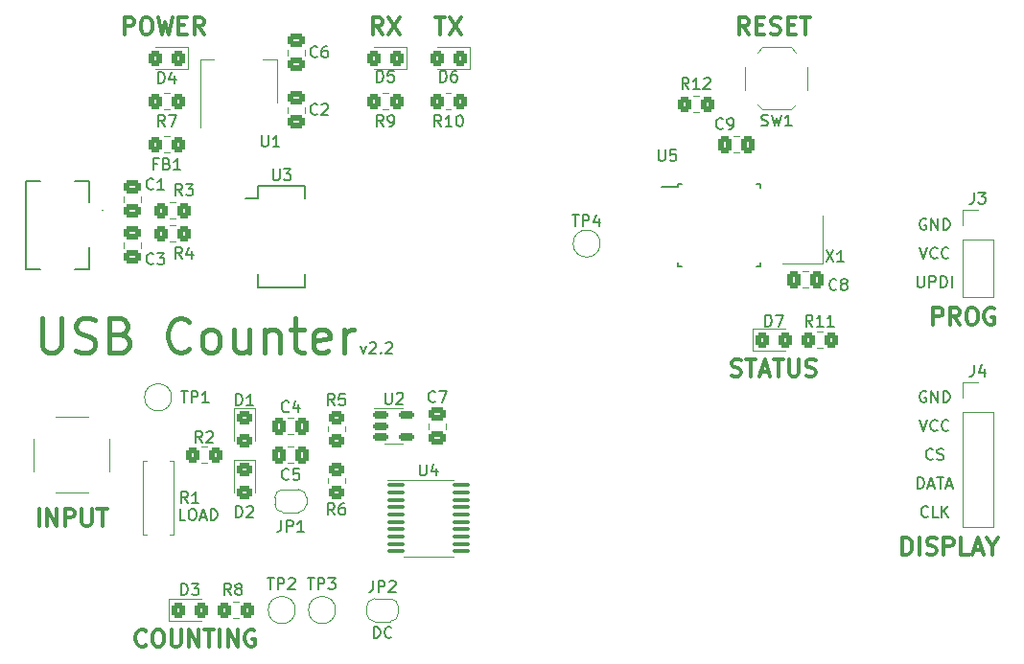
<source format=gto>
G04 #@! TF.GenerationSoftware,KiCad,Pcbnew,(6.0.9)*
G04 #@! TF.CreationDate,2022-12-14T01:21:17-05:00*
G04 #@! TF.ProjectId,usbcounter,75736263-6f75-46e7-9465-722e6b696361,rev?*
G04 #@! TF.SameCoordinates,Original*
G04 #@! TF.FileFunction,Legend,Top*
G04 #@! TF.FilePolarity,Positive*
%FSLAX46Y46*%
G04 Gerber Fmt 4.6, Leading zero omitted, Abs format (unit mm)*
G04 Created by KiCad (PCBNEW (6.0.9)) date 2022-12-14 01:21:17*
%MOMM*%
%LPD*%
G01*
G04 APERTURE LIST*
G04 Aperture macros list*
%AMRoundRect*
0 Rectangle with rounded corners*
0 $1 Rounding radius*
0 $2 $3 $4 $5 $6 $7 $8 $9 X,Y pos of 4 corners*
0 Add a 4 corners polygon primitive as box body*
4,1,4,$2,$3,$4,$5,$6,$7,$8,$9,$2,$3,0*
0 Add four circle primitives for the rounded corners*
1,1,$1+$1,$2,$3*
1,1,$1+$1,$4,$5*
1,1,$1+$1,$6,$7*
1,1,$1+$1,$8,$9*
0 Add four rect primitives between the rounded corners*
20,1,$1+$1,$2,$3,$4,$5,0*
20,1,$1+$1,$4,$5,$6,$7,0*
20,1,$1+$1,$6,$7,$8,$9,0*
20,1,$1+$1,$8,$9,$2,$3,0*%
%AMFreePoly0*
4,1,22,0.500000,-0.750000,0.000000,-0.750000,0.000000,-0.745033,-0.079941,-0.743568,-0.215256,-0.701293,-0.333266,-0.622738,-0.424486,-0.514219,-0.481581,-0.384460,-0.499164,-0.250000,-0.500000,-0.250000,-0.500000,0.250000,-0.499164,0.250000,-0.499963,0.256109,-0.478152,0.396186,-0.417904,0.524511,-0.324060,0.630769,-0.204165,0.706417,-0.067858,0.745374,0.000000,0.744959,0.000000,0.750000,
0.500000,0.750000,0.500000,-0.750000,0.500000,-0.750000,$1*%
%AMFreePoly1*
4,1,20,0.000000,0.744959,0.073905,0.744508,0.209726,0.703889,0.328688,0.626782,0.421226,0.519385,0.479903,0.390333,0.500000,0.250000,0.500000,-0.250000,0.499851,-0.262216,0.476331,-0.402017,0.414519,-0.529596,0.319384,-0.634700,0.198574,-0.708877,0.061801,-0.746166,0.000000,-0.745033,0.000000,-0.750000,-0.500000,-0.750000,-0.500000,0.750000,0.000000,0.750000,0.000000,0.744959,
0.000000,0.744959,$1*%
G04 Aperture macros list end*
%ADD10C,0.300000*%
%ADD11C,0.150000*%
%ADD12C,0.400000*%
%ADD13C,0.120000*%
%ADD14C,0.100000*%
%ADD15C,0.200000*%
%ADD16R,1.700000X1.000000*%
%ADD17C,1.600000*%
%ADD18O,1.600000X1.600000*%
%ADD19R,1.700000X1.700000*%
%ADD20O,1.700000X1.700000*%
%ADD21RoundRect,0.250000X0.450000X-0.350000X0.450000X0.350000X-0.450000X0.350000X-0.450000X-0.350000X0*%
%ADD22RoundRect,0.250000X-0.350000X-0.450000X0.350000X-0.450000X0.350000X0.450000X-0.350000X0.450000X0*%
%ADD23C,8.600000*%
%ADD24RoundRect,0.250000X0.475000X-0.337500X0.475000X0.337500X-0.475000X0.337500X-0.475000X-0.337500X0*%
%ADD25RoundRect,0.250000X-0.450000X0.325000X-0.450000X-0.325000X0.450000X-0.325000X0.450000X0.325000X0*%
%ADD26C,2.000000*%
%ADD27RoundRect,0.250000X-0.325000X-0.450000X0.325000X-0.450000X0.325000X0.450000X-0.325000X0.450000X0*%
%ADD28RoundRect,0.250000X0.325000X0.450000X-0.325000X0.450000X-0.325000X-0.450000X0.325000X-0.450000X0*%
%ADD29R,1.600000X0.550000*%
%ADD30R,0.550000X1.600000*%
%ADD31RoundRect,0.250000X-0.337500X-0.475000X0.337500X-0.475000X0.337500X0.475000X-0.337500X0.475000X0*%
%ADD32RoundRect,0.100000X-0.637500X-0.100000X0.637500X-0.100000X0.637500X0.100000X-0.637500X0.100000X0*%
%ADD33RoundRect,0.250000X-0.475000X0.337500X-0.475000X-0.337500X0.475000X-0.337500X0.475000X0.337500X0*%
%ADD34RoundRect,0.250000X0.337500X0.475000X-0.337500X0.475000X-0.337500X-0.475000X0.337500X-0.475000X0*%
%ADD35FreePoly0,0.000000*%
%ADD36FreePoly1,0.000000*%
%ADD37RoundRect,0.150000X-0.512500X-0.150000X0.512500X-0.150000X0.512500X0.150000X-0.512500X0.150000X0*%
%ADD38R,1.500000X2.000000*%
%ADD39R,3.800000X2.000000*%
%ADD40C,2.050000*%
%ADD41C,2.250000*%
%ADD42R,1.200000X0.400000*%
%ADD43R,1.200000X1.400000*%
%ADD44R,1.900000X1.900000*%
%ADD45R,1.350000X0.400000*%
%ADD46C,0.001000*%
G04 APERTURE END LIST*
D10*
X115411714Y-84427142D02*
X115626000Y-84498571D01*
X115983142Y-84498571D01*
X116126000Y-84427142D01*
X116197428Y-84355714D01*
X116268857Y-84212857D01*
X116268857Y-84070000D01*
X116197428Y-83927142D01*
X116126000Y-83855714D01*
X115983142Y-83784285D01*
X115697428Y-83712857D01*
X115554571Y-83641428D01*
X115483142Y-83570000D01*
X115411714Y-83427142D01*
X115411714Y-83284285D01*
X115483142Y-83141428D01*
X115554571Y-83070000D01*
X115697428Y-82998571D01*
X116054571Y-82998571D01*
X116268857Y-83070000D01*
X116697428Y-82998571D02*
X117554571Y-82998571D01*
X117126000Y-84498571D02*
X117126000Y-82998571D01*
X117983142Y-84070000D02*
X118697428Y-84070000D01*
X117840285Y-84498571D02*
X118340285Y-82998571D01*
X118840285Y-84498571D01*
X119126000Y-82998571D02*
X119983142Y-82998571D01*
X119554571Y-84498571D02*
X119554571Y-82998571D01*
X120483142Y-82998571D02*
X120483142Y-84212857D01*
X120554571Y-84355714D01*
X120626000Y-84427142D01*
X120768857Y-84498571D01*
X121054571Y-84498571D01*
X121197428Y-84427142D01*
X121268857Y-84355714D01*
X121340285Y-84212857D01*
X121340285Y-82998571D01*
X121983142Y-84427142D02*
X122197428Y-84498571D01*
X122554571Y-84498571D01*
X122697428Y-84427142D01*
X122768857Y-84355714D01*
X122840285Y-84212857D01*
X122840285Y-84070000D01*
X122768857Y-83927142D01*
X122697428Y-83855714D01*
X122554571Y-83784285D01*
X122268857Y-83712857D01*
X122126000Y-83641428D01*
X122054571Y-83570000D01*
X121983142Y-83427142D01*
X121983142Y-83284285D01*
X122054571Y-83141428D01*
X122126000Y-83070000D01*
X122268857Y-82998571D01*
X122626000Y-82998571D01*
X122840285Y-83070000D01*
D11*
X82645428Y-81827714D02*
X82883523Y-82494380D01*
X83121619Y-81827714D01*
X83454952Y-81589619D02*
X83502571Y-81542000D01*
X83597809Y-81494380D01*
X83835904Y-81494380D01*
X83931142Y-81542000D01*
X83978761Y-81589619D01*
X84026380Y-81684857D01*
X84026380Y-81780095D01*
X83978761Y-81922952D01*
X83407333Y-82494380D01*
X84026380Y-82494380D01*
X84454952Y-82399142D02*
X84502571Y-82446761D01*
X84454952Y-82494380D01*
X84407333Y-82446761D01*
X84454952Y-82399142D01*
X84454952Y-82494380D01*
X84883523Y-81589619D02*
X84931142Y-81542000D01*
X85026380Y-81494380D01*
X85264476Y-81494380D01*
X85359714Y-81542000D01*
X85407333Y-81589619D01*
X85454952Y-81684857D01*
X85454952Y-81780095D01*
X85407333Y-81922952D01*
X84835904Y-82494380D01*
X85454952Y-82494380D01*
X83820095Y-107640380D02*
X83820095Y-106640380D01*
X84058190Y-106640380D01*
X84201047Y-106688000D01*
X84296285Y-106783238D01*
X84343904Y-106878476D01*
X84391523Y-107068952D01*
X84391523Y-107211809D01*
X84343904Y-107402285D01*
X84296285Y-107497523D01*
X84201047Y-107592761D01*
X84058190Y-107640380D01*
X83820095Y-107640380D01*
X85391523Y-107545142D02*
X85343904Y-107592761D01*
X85201047Y-107640380D01*
X85105809Y-107640380D01*
X84962952Y-107592761D01*
X84867714Y-107497523D01*
X84820095Y-107402285D01*
X84772476Y-107211809D01*
X84772476Y-107068952D01*
X84820095Y-106878476D01*
X84867714Y-106783238D01*
X84962952Y-106688000D01*
X85105809Y-106640380D01*
X85201047Y-106640380D01*
X85343904Y-106688000D01*
X85391523Y-106735619D01*
X67183142Y-97226380D02*
X66706952Y-97226380D01*
X66706952Y-96226380D01*
X67706952Y-96226380D02*
X67897428Y-96226380D01*
X67992666Y-96274000D01*
X68087904Y-96369238D01*
X68135523Y-96559714D01*
X68135523Y-96893047D01*
X68087904Y-97083523D01*
X67992666Y-97178761D01*
X67897428Y-97226380D01*
X67706952Y-97226380D01*
X67611714Y-97178761D01*
X67516476Y-97083523D01*
X67468857Y-96893047D01*
X67468857Y-96559714D01*
X67516476Y-96369238D01*
X67611714Y-96274000D01*
X67706952Y-96226380D01*
X68516476Y-96940666D02*
X68992666Y-96940666D01*
X68421238Y-97226380D02*
X68754571Y-96226380D01*
X69087904Y-97226380D01*
X69421238Y-97226380D02*
X69421238Y-96226380D01*
X69659333Y-96226380D01*
X69802190Y-96274000D01*
X69897428Y-96369238D01*
X69945047Y-96464476D01*
X69992666Y-96654952D01*
X69992666Y-96797809D01*
X69945047Y-96988285D01*
X69897428Y-97083523D01*
X69802190Y-97178761D01*
X69659333Y-97226380D01*
X69421238Y-97226380D01*
D12*
X54500571Y-79383142D02*
X54500571Y-81811714D01*
X54643428Y-82097428D01*
X54786285Y-82240285D01*
X55072000Y-82383142D01*
X55643428Y-82383142D01*
X55929142Y-82240285D01*
X56072000Y-82097428D01*
X56214857Y-81811714D01*
X56214857Y-79383142D01*
X57500571Y-82240285D02*
X57929142Y-82383142D01*
X58643428Y-82383142D01*
X58929142Y-82240285D01*
X59072000Y-82097428D01*
X59214857Y-81811714D01*
X59214857Y-81526000D01*
X59072000Y-81240285D01*
X58929142Y-81097428D01*
X58643428Y-80954571D01*
X58072000Y-80811714D01*
X57786285Y-80668857D01*
X57643428Y-80526000D01*
X57500571Y-80240285D01*
X57500571Y-79954571D01*
X57643428Y-79668857D01*
X57786285Y-79526000D01*
X58072000Y-79383142D01*
X58786285Y-79383142D01*
X59214857Y-79526000D01*
X61500571Y-80811714D02*
X61929142Y-80954571D01*
X62072000Y-81097428D01*
X62214857Y-81383142D01*
X62214857Y-81811714D01*
X62072000Y-82097428D01*
X61929142Y-82240285D01*
X61643428Y-82383142D01*
X60500571Y-82383142D01*
X60500571Y-79383142D01*
X61500571Y-79383142D01*
X61786285Y-79526000D01*
X61929142Y-79668857D01*
X62072000Y-79954571D01*
X62072000Y-80240285D01*
X61929142Y-80526000D01*
X61786285Y-80668857D01*
X61500571Y-80811714D01*
X60500571Y-80811714D01*
X67500571Y-82097428D02*
X67357714Y-82240285D01*
X66929142Y-82383142D01*
X66643428Y-82383142D01*
X66214857Y-82240285D01*
X65929142Y-81954571D01*
X65786285Y-81668857D01*
X65643428Y-81097428D01*
X65643428Y-80668857D01*
X65786285Y-80097428D01*
X65929142Y-79811714D01*
X66214857Y-79526000D01*
X66643428Y-79383142D01*
X66929142Y-79383142D01*
X67357714Y-79526000D01*
X67500571Y-79668857D01*
X69214857Y-82383142D02*
X68929142Y-82240285D01*
X68786285Y-82097428D01*
X68643428Y-81811714D01*
X68643428Y-80954571D01*
X68786285Y-80668857D01*
X68929142Y-80526000D01*
X69214857Y-80383142D01*
X69643428Y-80383142D01*
X69929142Y-80526000D01*
X70072000Y-80668857D01*
X70214857Y-80954571D01*
X70214857Y-81811714D01*
X70072000Y-82097428D01*
X69929142Y-82240285D01*
X69643428Y-82383142D01*
X69214857Y-82383142D01*
X72786285Y-80383142D02*
X72786285Y-82383142D01*
X71500571Y-80383142D02*
X71500571Y-81954571D01*
X71643428Y-82240285D01*
X71929142Y-82383142D01*
X72357714Y-82383142D01*
X72643428Y-82240285D01*
X72786285Y-82097428D01*
X74214857Y-80383142D02*
X74214857Y-82383142D01*
X74214857Y-80668857D02*
X74357714Y-80526000D01*
X74643428Y-80383142D01*
X75072000Y-80383142D01*
X75357714Y-80526000D01*
X75500571Y-80811714D01*
X75500571Y-82383142D01*
X76500571Y-80383142D02*
X77643428Y-80383142D01*
X76929142Y-79383142D02*
X76929142Y-81954571D01*
X77072000Y-82240285D01*
X77357714Y-82383142D01*
X77643428Y-82383142D01*
X79786285Y-82240285D02*
X79500571Y-82383142D01*
X78929142Y-82383142D01*
X78643428Y-82240285D01*
X78500571Y-81954571D01*
X78500571Y-80811714D01*
X78643428Y-80526000D01*
X78929142Y-80383142D01*
X79500571Y-80383142D01*
X79786285Y-80526000D01*
X79929142Y-80811714D01*
X79929142Y-81097428D01*
X78500571Y-81383142D01*
X81214857Y-82383142D02*
X81214857Y-80383142D01*
X81214857Y-80954571D02*
X81357714Y-80668857D01*
X81500571Y-80526000D01*
X81786285Y-80383142D01*
X82072000Y-80383142D01*
D10*
X130512857Y-100246571D02*
X130512857Y-98746571D01*
X130870000Y-98746571D01*
X131084285Y-98818000D01*
X131227142Y-98960857D01*
X131298571Y-99103714D01*
X131370000Y-99389428D01*
X131370000Y-99603714D01*
X131298571Y-99889428D01*
X131227142Y-100032285D01*
X131084285Y-100175142D01*
X130870000Y-100246571D01*
X130512857Y-100246571D01*
X132012857Y-100246571D02*
X132012857Y-98746571D01*
X132655714Y-100175142D02*
X132870000Y-100246571D01*
X133227142Y-100246571D01*
X133370000Y-100175142D01*
X133441428Y-100103714D01*
X133512857Y-99960857D01*
X133512857Y-99818000D01*
X133441428Y-99675142D01*
X133370000Y-99603714D01*
X133227142Y-99532285D01*
X132941428Y-99460857D01*
X132798571Y-99389428D01*
X132727142Y-99318000D01*
X132655714Y-99175142D01*
X132655714Y-99032285D01*
X132727142Y-98889428D01*
X132798571Y-98818000D01*
X132941428Y-98746571D01*
X133298571Y-98746571D01*
X133512857Y-98818000D01*
X134155714Y-100246571D02*
X134155714Y-98746571D01*
X134727142Y-98746571D01*
X134870000Y-98818000D01*
X134941428Y-98889428D01*
X135012857Y-99032285D01*
X135012857Y-99246571D01*
X134941428Y-99389428D01*
X134870000Y-99460857D01*
X134727142Y-99532285D01*
X134155714Y-99532285D01*
X136370000Y-100246571D02*
X135655714Y-100246571D01*
X135655714Y-98746571D01*
X136798571Y-99818000D02*
X137512857Y-99818000D01*
X136655714Y-100246571D02*
X137155714Y-98746571D01*
X137655714Y-100246571D01*
X138441428Y-99532285D02*
X138441428Y-100246571D01*
X137941428Y-98746571D02*
X138441428Y-99532285D01*
X138941428Y-98746571D01*
X133211428Y-79926571D02*
X133211428Y-78426571D01*
X133782857Y-78426571D01*
X133925714Y-78498000D01*
X133997142Y-78569428D01*
X134068571Y-78712285D01*
X134068571Y-78926571D01*
X133997142Y-79069428D01*
X133925714Y-79140857D01*
X133782857Y-79212285D01*
X133211428Y-79212285D01*
X135568571Y-79926571D02*
X135068571Y-79212285D01*
X134711428Y-79926571D02*
X134711428Y-78426571D01*
X135282857Y-78426571D01*
X135425714Y-78498000D01*
X135497142Y-78569428D01*
X135568571Y-78712285D01*
X135568571Y-78926571D01*
X135497142Y-79069428D01*
X135425714Y-79140857D01*
X135282857Y-79212285D01*
X134711428Y-79212285D01*
X136497142Y-78426571D02*
X136782857Y-78426571D01*
X136925714Y-78498000D01*
X137068571Y-78640857D01*
X137140000Y-78926571D01*
X137140000Y-79426571D01*
X137068571Y-79712285D01*
X136925714Y-79855142D01*
X136782857Y-79926571D01*
X136497142Y-79926571D01*
X136354285Y-79855142D01*
X136211428Y-79712285D01*
X136140000Y-79426571D01*
X136140000Y-78926571D01*
X136211428Y-78640857D01*
X136354285Y-78498000D01*
X136497142Y-78426571D01*
X138568571Y-78498000D02*
X138425714Y-78426571D01*
X138211428Y-78426571D01*
X137997142Y-78498000D01*
X137854285Y-78640857D01*
X137782857Y-78783714D01*
X137711428Y-79069428D01*
X137711428Y-79283714D01*
X137782857Y-79569428D01*
X137854285Y-79712285D01*
X137997142Y-79855142D01*
X138211428Y-79926571D01*
X138354285Y-79926571D01*
X138568571Y-79855142D01*
X138640000Y-79783714D01*
X138640000Y-79283714D01*
X138354285Y-79283714D01*
D11*
X132754761Y-96877142D02*
X132707142Y-96924761D01*
X132564285Y-96972380D01*
X132469047Y-96972380D01*
X132326190Y-96924761D01*
X132230952Y-96829523D01*
X132183333Y-96734285D01*
X132135714Y-96543809D01*
X132135714Y-96400952D01*
X132183333Y-96210476D01*
X132230952Y-96115238D01*
X132326190Y-96020000D01*
X132469047Y-95972380D01*
X132564285Y-95972380D01*
X132707142Y-96020000D01*
X132754761Y-96067619D01*
X133659523Y-96972380D02*
X133183333Y-96972380D01*
X133183333Y-95972380D01*
X133992857Y-96972380D02*
X133992857Y-95972380D01*
X134564285Y-96972380D02*
X134135714Y-96400952D01*
X134564285Y-95972380D02*
X133992857Y-96543809D01*
X131850000Y-94432380D02*
X131850000Y-93432380D01*
X132088095Y-93432380D01*
X132230952Y-93480000D01*
X132326190Y-93575238D01*
X132373809Y-93670476D01*
X132421428Y-93860952D01*
X132421428Y-94003809D01*
X132373809Y-94194285D01*
X132326190Y-94289523D01*
X132230952Y-94384761D01*
X132088095Y-94432380D01*
X131850000Y-94432380D01*
X132802380Y-94146666D02*
X133278571Y-94146666D01*
X132707142Y-94432380D02*
X133040476Y-93432380D01*
X133373809Y-94432380D01*
X133564285Y-93432380D02*
X134135714Y-93432380D01*
X133850000Y-94432380D02*
X133850000Y-93432380D01*
X134421428Y-94146666D02*
X134897619Y-94146666D01*
X134326190Y-94432380D02*
X134659523Y-93432380D01*
X134992857Y-94432380D01*
X133183333Y-91797142D02*
X133135714Y-91844761D01*
X132992857Y-91892380D01*
X132897619Y-91892380D01*
X132754761Y-91844761D01*
X132659523Y-91749523D01*
X132611904Y-91654285D01*
X132564285Y-91463809D01*
X132564285Y-91320952D01*
X132611904Y-91130476D01*
X132659523Y-91035238D01*
X132754761Y-90940000D01*
X132897619Y-90892380D01*
X132992857Y-90892380D01*
X133135714Y-90940000D01*
X133183333Y-90987619D01*
X133564285Y-91844761D02*
X133707142Y-91892380D01*
X133945238Y-91892380D01*
X134040476Y-91844761D01*
X134088095Y-91797142D01*
X134135714Y-91701904D01*
X134135714Y-91606666D01*
X134088095Y-91511428D01*
X134040476Y-91463809D01*
X133945238Y-91416190D01*
X133754761Y-91368571D01*
X133659523Y-91320952D01*
X133611904Y-91273333D01*
X133564285Y-91178095D01*
X133564285Y-91082857D01*
X133611904Y-90987619D01*
X133659523Y-90940000D01*
X133754761Y-90892380D01*
X133992857Y-90892380D01*
X134135714Y-90940000D01*
X132016666Y-88352380D02*
X132350000Y-89352380D01*
X132683333Y-88352380D01*
X133588095Y-89257142D02*
X133540476Y-89304761D01*
X133397619Y-89352380D01*
X133302380Y-89352380D01*
X133159523Y-89304761D01*
X133064285Y-89209523D01*
X133016666Y-89114285D01*
X132969047Y-88923809D01*
X132969047Y-88780952D01*
X133016666Y-88590476D01*
X133064285Y-88495238D01*
X133159523Y-88400000D01*
X133302380Y-88352380D01*
X133397619Y-88352380D01*
X133540476Y-88400000D01*
X133588095Y-88447619D01*
X134588095Y-89257142D02*
X134540476Y-89304761D01*
X134397619Y-89352380D01*
X134302380Y-89352380D01*
X134159523Y-89304761D01*
X134064285Y-89209523D01*
X134016666Y-89114285D01*
X133969047Y-88923809D01*
X133969047Y-88780952D01*
X134016666Y-88590476D01*
X134064285Y-88495238D01*
X134159523Y-88400000D01*
X134302380Y-88352380D01*
X134397619Y-88352380D01*
X134540476Y-88400000D01*
X134588095Y-88447619D01*
X132588095Y-85860000D02*
X132492857Y-85812380D01*
X132350000Y-85812380D01*
X132207142Y-85860000D01*
X132111904Y-85955238D01*
X132064285Y-86050476D01*
X132016666Y-86240952D01*
X132016666Y-86383809D01*
X132064285Y-86574285D01*
X132111904Y-86669523D01*
X132207142Y-86764761D01*
X132350000Y-86812380D01*
X132445238Y-86812380D01*
X132588095Y-86764761D01*
X132635714Y-86717142D01*
X132635714Y-86383809D01*
X132445238Y-86383809D01*
X133064285Y-86812380D02*
X133064285Y-85812380D01*
X133635714Y-86812380D01*
X133635714Y-85812380D01*
X134111904Y-86812380D02*
X134111904Y-85812380D01*
X134350000Y-85812380D01*
X134492857Y-85860000D01*
X134588095Y-85955238D01*
X134635714Y-86050476D01*
X134683333Y-86240952D01*
X134683333Y-86383809D01*
X134635714Y-86574285D01*
X134588095Y-86669523D01*
X134492857Y-86764761D01*
X134350000Y-86812380D01*
X134111904Y-86812380D01*
X131826190Y-75652380D02*
X131826190Y-76461904D01*
X131873809Y-76557142D01*
X131921428Y-76604761D01*
X132016666Y-76652380D01*
X132207142Y-76652380D01*
X132302380Y-76604761D01*
X132350000Y-76557142D01*
X132397619Y-76461904D01*
X132397619Y-75652380D01*
X132873809Y-76652380D02*
X132873809Y-75652380D01*
X133254761Y-75652380D01*
X133350000Y-75700000D01*
X133397619Y-75747619D01*
X133445238Y-75842857D01*
X133445238Y-75985714D01*
X133397619Y-76080952D01*
X133350000Y-76128571D01*
X133254761Y-76176190D01*
X132873809Y-76176190D01*
X133873809Y-76652380D02*
X133873809Y-75652380D01*
X134111904Y-75652380D01*
X134254761Y-75700000D01*
X134350000Y-75795238D01*
X134397619Y-75890476D01*
X134445238Y-76080952D01*
X134445238Y-76223809D01*
X134397619Y-76414285D01*
X134350000Y-76509523D01*
X134254761Y-76604761D01*
X134111904Y-76652380D01*
X133873809Y-76652380D01*
X134873809Y-76652380D02*
X134873809Y-75652380D01*
X132016666Y-73112380D02*
X132350000Y-74112380D01*
X132683333Y-73112380D01*
X133588095Y-74017142D02*
X133540476Y-74064761D01*
X133397619Y-74112380D01*
X133302380Y-74112380D01*
X133159523Y-74064761D01*
X133064285Y-73969523D01*
X133016666Y-73874285D01*
X132969047Y-73683809D01*
X132969047Y-73540952D01*
X133016666Y-73350476D01*
X133064285Y-73255238D01*
X133159523Y-73160000D01*
X133302380Y-73112380D01*
X133397619Y-73112380D01*
X133540476Y-73160000D01*
X133588095Y-73207619D01*
X134588095Y-74017142D02*
X134540476Y-74064761D01*
X134397619Y-74112380D01*
X134302380Y-74112380D01*
X134159523Y-74064761D01*
X134064285Y-73969523D01*
X134016666Y-73874285D01*
X133969047Y-73683809D01*
X133969047Y-73540952D01*
X134016666Y-73350476D01*
X134064285Y-73255238D01*
X134159523Y-73160000D01*
X134302380Y-73112380D01*
X134397619Y-73112380D01*
X134540476Y-73160000D01*
X134588095Y-73207619D01*
X132588095Y-70620000D02*
X132492857Y-70572380D01*
X132350000Y-70572380D01*
X132207142Y-70620000D01*
X132111904Y-70715238D01*
X132064285Y-70810476D01*
X132016666Y-71000952D01*
X132016666Y-71143809D01*
X132064285Y-71334285D01*
X132111904Y-71429523D01*
X132207142Y-71524761D01*
X132350000Y-71572380D01*
X132445238Y-71572380D01*
X132588095Y-71524761D01*
X132635714Y-71477142D01*
X132635714Y-71143809D01*
X132445238Y-71143809D01*
X133064285Y-71572380D02*
X133064285Y-70572380D01*
X133635714Y-71572380D01*
X133635714Y-70572380D01*
X134111904Y-71572380D02*
X134111904Y-70572380D01*
X134350000Y-70572380D01*
X134492857Y-70620000D01*
X134588095Y-70715238D01*
X134635714Y-70810476D01*
X134683333Y-71000952D01*
X134683333Y-71143809D01*
X134635714Y-71334285D01*
X134588095Y-71429523D01*
X134492857Y-71524761D01*
X134350000Y-71572380D01*
X134111904Y-71572380D01*
D10*
X84586000Y-54272571D02*
X84086000Y-53558285D01*
X83728857Y-54272571D02*
X83728857Y-52772571D01*
X84300285Y-52772571D01*
X84443142Y-52844000D01*
X84514571Y-52915428D01*
X84586000Y-53058285D01*
X84586000Y-53272571D01*
X84514571Y-53415428D01*
X84443142Y-53486857D01*
X84300285Y-53558285D01*
X83728857Y-53558285D01*
X85086000Y-52772571D02*
X86086000Y-54272571D01*
X86086000Y-52772571D02*
X85086000Y-54272571D01*
X63714857Y-108231714D02*
X63643428Y-108303142D01*
X63429142Y-108374571D01*
X63286285Y-108374571D01*
X63072000Y-108303142D01*
X62929142Y-108160285D01*
X62857714Y-108017428D01*
X62786285Y-107731714D01*
X62786285Y-107517428D01*
X62857714Y-107231714D01*
X62929142Y-107088857D01*
X63072000Y-106946000D01*
X63286285Y-106874571D01*
X63429142Y-106874571D01*
X63643428Y-106946000D01*
X63714857Y-107017428D01*
X64643428Y-106874571D02*
X64929142Y-106874571D01*
X65072000Y-106946000D01*
X65214857Y-107088857D01*
X65286285Y-107374571D01*
X65286285Y-107874571D01*
X65214857Y-108160285D01*
X65072000Y-108303142D01*
X64929142Y-108374571D01*
X64643428Y-108374571D01*
X64500571Y-108303142D01*
X64357714Y-108160285D01*
X64286285Y-107874571D01*
X64286285Y-107374571D01*
X64357714Y-107088857D01*
X64500571Y-106946000D01*
X64643428Y-106874571D01*
X65929142Y-106874571D02*
X65929142Y-108088857D01*
X66000571Y-108231714D01*
X66072000Y-108303142D01*
X66214857Y-108374571D01*
X66500571Y-108374571D01*
X66643428Y-108303142D01*
X66714857Y-108231714D01*
X66786285Y-108088857D01*
X66786285Y-106874571D01*
X67500571Y-108374571D02*
X67500571Y-106874571D01*
X68357714Y-108374571D01*
X68357714Y-106874571D01*
X68857714Y-106874571D02*
X69714857Y-106874571D01*
X69286285Y-108374571D02*
X69286285Y-106874571D01*
X70214857Y-108374571D02*
X70214857Y-106874571D01*
X70929142Y-108374571D02*
X70929142Y-106874571D01*
X71786285Y-108374571D01*
X71786285Y-106874571D01*
X73286285Y-106946000D02*
X73143428Y-106874571D01*
X72929142Y-106874571D01*
X72714857Y-106946000D01*
X72572000Y-107088857D01*
X72500571Y-107231714D01*
X72429142Y-107517428D01*
X72429142Y-107731714D01*
X72500571Y-108017428D01*
X72572000Y-108160285D01*
X72714857Y-108303142D01*
X72929142Y-108374571D01*
X73072000Y-108374571D01*
X73286285Y-108303142D01*
X73357714Y-108231714D01*
X73357714Y-107731714D01*
X73072000Y-107731714D01*
X54257142Y-97706571D02*
X54257142Y-96206571D01*
X54971428Y-97706571D02*
X54971428Y-96206571D01*
X55828571Y-97706571D01*
X55828571Y-96206571D01*
X56542857Y-97706571D02*
X56542857Y-96206571D01*
X57114285Y-96206571D01*
X57257142Y-96278000D01*
X57328571Y-96349428D01*
X57400000Y-96492285D01*
X57400000Y-96706571D01*
X57328571Y-96849428D01*
X57257142Y-96920857D01*
X57114285Y-96992285D01*
X56542857Y-96992285D01*
X58042857Y-96206571D02*
X58042857Y-97420857D01*
X58114285Y-97563714D01*
X58185714Y-97635142D01*
X58328571Y-97706571D01*
X58614285Y-97706571D01*
X58757142Y-97635142D01*
X58828571Y-97563714D01*
X58900000Y-97420857D01*
X58900000Y-96206571D01*
X59400000Y-96206571D02*
X60257142Y-96206571D01*
X59828571Y-97706571D02*
X59828571Y-96206571D01*
X61813714Y-54272571D02*
X61813714Y-52772571D01*
X62385142Y-52772571D01*
X62528000Y-52844000D01*
X62599428Y-52915428D01*
X62670857Y-53058285D01*
X62670857Y-53272571D01*
X62599428Y-53415428D01*
X62528000Y-53486857D01*
X62385142Y-53558285D01*
X61813714Y-53558285D01*
X63599428Y-52772571D02*
X63885142Y-52772571D01*
X64028000Y-52844000D01*
X64170857Y-52986857D01*
X64242285Y-53272571D01*
X64242285Y-53772571D01*
X64170857Y-54058285D01*
X64028000Y-54201142D01*
X63885142Y-54272571D01*
X63599428Y-54272571D01*
X63456571Y-54201142D01*
X63313714Y-54058285D01*
X63242285Y-53772571D01*
X63242285Y-53272571D01*
X63313714Y-52986857D01*
X63456571Y-52844000D01*
X63599428Y-52772571D01*
X64742285Y-52772571D02*
X65099428Y-54272571D01*
X65385142Y-53201142D01*
X65670857Y-54272571D01*
X66028000Y-52772571D01*
X66599428Y-53486857D02*
X67099428Y-53486857D01*
X67313714Y-54272571D02*
X66599428Y-54272571D01*
X66599428Y-52772571D01*
X67313714Y-52772571D01*
X68813714Y-54272571D02*
X68313714Y-53558285D01*
X67956571Y-54272571D02*
X67956571Y-52772571D01*
X68528000Y-52772571D01*
X68670857Y-52844000D01*
X68742285Y-52915428D01*
X68813714Y-53058285D01*
X68813714Y-53272571D01*
X68742285Y-53415428D01*
X68670857Y-53486857D01*
X68528000Y-53558285D01*
X67956571Y-53558285D01*
X89281142Y-52772571D02*
X90138285Y-52772571D01*
X89709714Y-54272571D02*
X89709714Y-52772571D01*
X90495428Y-52772571D02*
X91495428Y-54272571D01*
X91495428Y-52772571D02*
X90495428Y-54272571D01*
X116947428Y-54272571D02*
X116447428Y-53558285D01*
X116090285Y-54272571D02*
X116090285Y-52772571D01*
X116661714Y-52772571D01*
X116804571Y-52844000D01*
X116876000Y-52915428D01*
X116947428Y-53058285D01*
X116947428Y-53272571D01*
X116876000Y-53415428D01*
X116804571Y-53486857D01*
X116661714Y-53558285D01*
X116090285Y-53558285D01*
X117590285Y-53486857D02*
X118090285Y-53486857D01*
X118304571Y-54272571D02*
X117590285Y-54272571D01*
X117590285Y-52772571D01*
X118304571Y-52772571D01*
X118876000Y-54201142D02*
X119090285Y-54272571D01*
X119447428Y-54272571D01*
X119590285Y-54201142D01*
X119661714Y-54129714D01*
X119733142Y-53986857D01*
X119733142Y-53844000D01*
X119661714Y-53701142D01*
X119590285Y-53629714D01*
X119447428Y-53558285D01*
X119161714Y-53486857D01*
X119018857Y-53415428D01*
X118947428Y-53344000D01*
X118876000Y-53201142D01*
X118876000Y-53058285D01*
X118947428Y-52915428D01*
X119018857Y-52844000D01*
X119161714Y-52772571D01*
X119518857Y-52772571D01*
X119733142Y-52844000D01*
X120376000Y-53486857D02*
X120876000Y-53486857D01*
X121090285Y-54272571D02*
X120376000Y-54272571D01*
X120376000Y-52772571D01*
X121090285Y-52772571D01*
X121518857Y-52772571D02*
X122376000Y-52772571D01*
X121947428Y-54272571D02*
X121947428Y-52772571D01*
D11*
X118046666Y-62320761D02*
X118189523Y-62368380D01*
X118427619Y-62368380D01*
X118522857Y-62320761D01*
X118570476Y-62273142D01*
X118618095Y-62177904D01*
X118618095Y-62082666D01*
X118570476Y-61987428D01*
X118522857Y-61939809D01*
X118427619Y-61892190D01*
X118237142Y-61844571D01*
X118141904Y-61796952D01*
X118094285Y-61749333D01*
X118046666Y-61654095D01*
X118046666Y-61558857D01*
X118094285Y-61463619D01*
X118141904Y-61416000D01*
X118237142Y-61368380D01*
X118475238Y-61368380D01*
X118618095Y-61416000D01*
X118951428Y-61368380D02*
X119189523Y-62368380D01*
X119380000Y-61654095D01*
X119570476Y-62368380D01*
X119808571Y-61368380D01*
X120713333Y-62368380D02*
X120141904Y-62368380D01*
X120427619Y-62368380D02*
X120427619Y-61368380D01*
X120332380Y-61511238D01*
X120237142Y-61606476D01*
X120141904Y-61654095D01*
X67397333Y-95702380D02*
X67064000Y-95226190D01*
X66825904Y-95702380D02*
X66825904Y-94702380D01*
X67206857Y-94702380D01*
X67302095Y-94750000D01*
X67349714Y-94797619D01*
X67397333Y-94892857D01*
X67397333Y-95035714D01*
X67349714Y-95130952D01*
X67302095Y-95178571D01*
X67206857Y-95226190D01*
X66825904Y-95226190D01*
X68349714Y-95702380D02*
X67778285Y-95702380D01*
X68064000Y-95702380D02*
X68064000Y-94702380D01*
X67968761Y-94845238D01*
X67873523Y-94940476D01*
X67778285Y-94988095D01*
X136826666Y-83482380D02*
X136826666Y-84196666D01*
X136779047Y-84339523D01*
X136683809Y-84434761D01*
X136540952Y-84482380D01*
X136445714Y-84482380D01*
X137731428Y-83815714D02*
X137731428Y-84482380D01*
X137493333Y-83434761D02*
X137255238Y-84149047D01*
X137874285Y-84149047D01*
X80351333Y-96734380D02*
X80018000Y-96258190D01*
X79779904Y-96734380D02*
X79779904Y-95734380D01*
X80160857Y-95734380D01*
X80256095Y-95782000D01*
X80303714Y-95829619D01*
X80351333Y-95924857D01*
X80351333Y-96067714D01*
X80303714Y-96162952D01*
X80256095Y-96210571D01*
X80160857Y-96258190D01*
X79779904Y-96258190D01*
X81208476Y-95734380D02*
X81018000Y-95734380D01*
X80922761Y-95782000D01*
X80875142Y-95829619D01*
X80779904Y-95972476D01*
X80732285Y-96162952D01*
X80732285Y-96543904D01*
X80779904Y-96639142D01*
X80827523Y-96686761D01*
X80922761Y-96734380D01*
X81113238Y-96734380D01*
X81208476Y-96686761D01*
X81256095Y-96639142D01*
X81303714Y-96543904D01*
X81303714Y-96305809D01*
X81256095Y-96210571D01*
X81208476Y-96162952D01*
X81113238Y-96115333D01*
X80922761Y-96115333D01*
X80827523Y-96162952D01*
X80779904Y-96210571D01*
X80732285Y-96305809D01*
X71207333Y-103830380D02*
X70874000Y-103354190D01*
X70635904Y-103830380D02*
X70635904Y-102830380D01*
X71016857Y-102830380D01*
X71112095Y-102878000D01*
X71159714Y-102925619D01*
X71207333Y-103020857D01*
X71207333Y-103163714D01*
X71159714Y-103258952D01*
X71112095Y-103306571D01*
X71016857Y-103354190D01*
X70635904Y-103354190D01*
X71778761Y-103258952D02*
X71683523Y-103211333D01*
X71635904Y-103163714D01*
X71588285Y-103068476D01*
X71588285Y-103020857D01*
X71635904Y-102925619D01*
X71683523Y-102878000D01*
X71778761Y-102830380D01*
X71969238Y-102830380D01*
X72064476Y-102878000D01*
X72112095Y-102925619D01*
X72159714Y-103020857D01*
X72159714Y-103068476D01*
X72112095Y-103163714D01*
X72064476Y-103211333D01*
X71969238Y-103258952D01*
X71778761Y-103258952D01*
X71683523Y-103306571D01*
X71635904Y-103354190D01*
X71588285Y-103449428D01*
X71588285Y-103639904D01*
X71635904Y-103735142D01*
X71683523Y-103782761D01*
X71778761Y-103830380D01*
X71969238Y-103830380D01*
X72064476Y-103782761D01*
X72112095Y-103735142D01*
X72159714Y-103639904D01*
X72159714Y-103449428D01*
X72112095Y-103354190D01*
X72064476Y-103306571D01*
X71969238Y-103258952D01*
X78827333Y-56237142D02*
X78779714Y-56284761D01*
X78636857Y-56332380D01*
X78541619Y-56332380D01*
X78398761Y-56284761D01*
X78303523Y-56189523D01*
X78255904Y-56094285D01*
X78208285Y-55903809D01*
X78208285Y-55760952D01*
X78255904Y-55570476D01*
X78303523Y-55475238D01*
X78398761Y-55380000D01*
X78541619Y-55332380D01*
X78636857Y-55332380D01*
X78779714Y-55380000D01*
X78827333Y-55427619D01*
X79684476Y-55332380D02*
X79494000Y-55332380D01*
X79398761Y-55380000D01*
X79351142Y-55427619D01*
X79255904Y-55570476D01*
X79208285Y-55760952D01*
X79208285Y-56141904D01*
X79255904Y-56237142D01*
X79303523Y-56284761D01*
X79398761Y-56332380D01*
X79589238Y-56332380D01*
X79684476Y-56284761D01*
X79732095Y-56237142D01*
X79779714Y-56141904D01*
X79779714Y-55903809D01*
X79732095Y-55808571D01*
X79684476Y-55760952D01*
X79589238Y-55713333D01*
X79398761Y-55713333D01*
X79303523Y-55760952D01*
X79255904Y-55808571D01*
X79208285Y-55903809D01*
X71651904Y-87066380D02*
X71651904Y-86066380D01*
X71890000Y-86066380D01*
X72032857Y-86114000D01*
X72128095Y-86209238D01*
X72175714Y-86304476D01*
X72223333Y-86494952D01*
X72223333Y-86637809D01*
X72175714Y-86828285D01*
X72128095Y-86923523D01*
X72032857Y-87018761D01*
X71890000Y-87066380D01*
X71651904Y-87066380D01*
X73175714Y-87066380D02*
X72604285Y-87066380D01*
X72890000Y-87066380D02*
X72890000Y-86066380D01*
X72794761Y-86209238D01*
X72699523Y-86304476D01*
X72604285Y-86352095D01*
X101354095Y-70225380D02*
X101925523Y-70225380D01*
X101639809Y-71225380D02*
X101639809Y-70225380D01*
X102258857Y-71225380D02*
X102258857Y-70225380D01*
X102639809Y-70225380D01*
X102735047Y-70273000D01*
X102782666Y-70320619D01*
X102830285Y-70415857D01*
X102830285Y-70558714D01*
X102782666Y-70653952D01*
X102735047Y-70701571D01*
X102639809Y-70749190D01*
X102258857Y-70749190D01*
X103687428Y-70558714D02*
X103687428Y-71225380D01*
X103449333Y-70177761D02*
X103211238Y-70892047D01*
X103830285Y-70892047D01*
X66889333Y-74112380D02*
X66556000Y-73636190D01*
X66317904Y-74112380D02*
X66317904Y-73112380D01*
X66698857Y-73112380D01*
X66794095Y-73160000D01*
X66841714Y-73207619D01*
X66889333Y-73302857D01*
X66889333Y-73445714D01*
X66841714Y-73540952D01*
X66794095Y-73588571D01*
X66698857Y-73636190D01*
X66317904Y-73636190D01*
X67746476Y-73445714D02*
X67746476Y-74112380D01*
X67508380Y-73064761D02*
X67270285Y-73779047D01*
X67889333Y-73779047D01*
X66825904Y-103830380D02*
X66825904Y-102830380D01*
X67064000Y-102830380D01*
X67206857Y-102878000D01*
X67302095Y-102973238D01*
X67349714Y-103068476D01*
X67397333Y-103258952D01*
X67397333Y-103401809D01*
X67349714Y-103592285D01*
X67302095Y-103687523D01*
X67206857Y-103782761D01*
X67064000Y-103830380D01*
X66825904Y-103830380D01*
X67730666Y-102830380D02*
X68349714Y-102830380D01*
X68016380Y-103211333D01*
X68159238Y-103211333D01*
X68254476Y-103258952D01*
X68302095Y-103306571D01*
X68349714Y-103401809D01*
X68349714Y-103639904D01*
X68302095Y-103735142D01*
X68254476Y-103782761D01*
X68159238Y-103830380D01*
X67873523Y-103830380D01*
X67778285Y-103782761D01*
X67730666Y-103735142D01*
X84097904Y-58490380D02*
X84097904Y-57490380D01*
X84336000Y-57490380D01*
X84478857Y-57538000D01*
X84574095Y-57633238D01*
X84621714Y-57728476D01*
X84669333Y-57918952D01*
X84669333Y-58061809D01*
X84621714Y-58252285D01*
X84574095Y-58347523D01*
X84478857Y-58442761D01*
X84336000Y-58490380D01*
X84097904Y-58490380D01*
X85574095Y-57490380D02*
X85097904Y-57490380D01*
X85050285Y-57966571D01*
X85097904Y-57918952D01*
X85193142Y-57871333D01*
X85431238Y-57871333D01*
X85526476Y-57918952D01*
X85574095Y-57966571D01*
X85621714Y-58061809D01*
X85621714Y-58299904D01*
X85574095Y-58395142D01*
X85526476Y-58442761D01*
X85431238Y-58490380D01*
X85193142Y-58490380D01*
X85097904Y-58442761D01*
X85050285Y-58395142D01*
X89676904Y-58490380D02*
X89676904Y-57490380D01*
X89915000Y-57490380D01*
X90057857Y-57538000D01*
X90153095Y-57633238D01*
X90200714Y-57728476D01*
X90248333Y-57918952D01*
X90248333Y-58061809D01*
X90200714Y-58252285D01*
X90153095Y-58347523D01*
X90057857Y-58442761D01*
X89915000Y-58490380D01*
X89676904Y-58490380D01*
X91105476Y-57490380D02*
X90915000Y-57490380D01*
X90819761Y-57538000D01*
X90772142Y-57585619D01*
X90676904Y-57728476D01*
X90629285Y-57918952D01*
X90629285Y-58299904D01*
X90676904Y-58395142D01*
X90724523Y-58442761D01*
X90819761Y-58490380D01*
X91010238Y-58490380D01*
X91105476Y-58442761D01*
X91153095Y-58395142D01*
X91200714Y-58299904D01*
X91200714Y-58061809D01*
X91153095Y-57966571D01*
X91105476Y-57918952D01*
X91010238Y-57871333D01*
X90819761Y-57871333D01*
X90724523Y-57918952D01*
X90676904Y-57966571D01*
X90629285Y-58061809D01*
X65365333Y-62428380D02*
X65032000Y-61952190D01*
X64793904Y-62428380D02*
X64793904Y-61428380D01*
X65174857Y-61428380D01*
X65270095Y-61476000D01*
X65317714Y-61523619D01*
X65365333Y-61618857D01*
X65365333Y-61761714D01*
X65317714Y-61856952D01*
X65270095Y-61904571D01*
X65174857Y-61952190D01*
X64793904Y-61952190D01*
X65698666Y-61428380D02*
X66365333Y-61428380D01*
X65936761Y-62428380D01*
X64793904Y-58618380D02*
X64793904Y-57618380D01*
X65032000Y-57618380D01*
X65174857Y-57666000D01*
X65270095Y-57761238D01*
X65317714Y-57856476D01*
X65365333Y-58046952D01*
X65365333Y-58189809D01*
X65317714Y-58380285D01*
X65270095Y-58475523D01*
X65174857Y-58570761D01*
X65032000Y-58618380D01*
X64793904Y-58618380D01*
X66222476Y-57951714D02*
X66222476Y-58618380D01*
X65984380Y-57570761D02*
X65746285Y-58285047D01*
X66365333Y-58285047D01*
X118378904Y-80082380D02*
X118378904Y-79082380D01*
X118617000Y-79082380D01*
X118759857Y-79130000D01*
X118855095Y-79225238D01*
X118902714Y-79320476D01*
X118950333Y-79510952D01*
X118950333Y-79653809D01*
X118902714Y-79844285D01*
X118855095Y-79939523D01*
X118759857Y-80034761D01*
X118617000Y-80082380D01*
X118378904Y-80082380D01*
X119283666Y-79082380D02*
X119950333Y-79082380D01*
X119521761Y-80082380D01*
X108966095Y-64476380D02*
X108966095Y-65285904D01*
X109013714Y-65381142D01*
X109061333Y-65428761D01*
X109156571Y-65476380D01*
X109347047Y-65476380D01*
X109442285Y-65428761D01*
X109489904Y-65381142D01*
X109537523Y-65285904D01*
X109537523Y-64476380D01*
X110489904Y-64476380D02*
X110013714Y-64476380D01*
X109966095Y-64952571D01*
X110013714Y-64904952D01*
X110108952Y-64857333D01*
X110347047Y-64857333D01*
X110442285Y-64904952D01*
X110489904Y-64952571D01*
X110537523Y-65047809D01*
X110537523Y-65285904D01*
X110489904Y-65381142D01*
X110442285Y-65428761D01*
X110347047Y-65476380D01*
X110108952Y-65476380D01*
X110013714Y-65428761D01*
X109966095Y-65381142D01*
X80351333Y-87066380D02*
X80018000Y-86590190D01*
X79779904Y-87066380D02*
X79779904Y-86066380D01*
X80160857Y-86066380D01*
X80256095Y-86114000D01*
X80303714Y-86161619D01*
X80351333Y-86256857D01*
X80351333Y-86399714D01*
X80303714Y-86494952D01*
X80256095Y-86542571D01*
X80160857Y-86590190D01*
X79779904Y-86590190D01*
X81256095Y-86066380D02*
X80779904Y-86066380D01*
X80732285Y-86542571D01*
X80779904Y-86494952D01*
X80875142Y-86447333D01*
X81113238Y-86447333D01*
X81208476Y-86494952D01*
X81256095Y-86542571D01*
X81303714Y-86637809D01*
X81303714Y-86875904D01*
X81256095Y-86971142D01*
X81208476Y-87018761D01*
X81113238Y-87066380D01*
X80875142Y-87066380D01*
X80779904Y-87018761D01*
X80732285Y-86971142D01*
X68667333Y-90368380D02*
X68334000Y-89892190D01*
X68095904Y-90368380D02*
X68095904Y-89368380D01*
X68476857Y-89368380D01*
X68572095Y-89416000D01*
X68619714Y-89463619D01*
X68667333Y-89558857D01*
X68667333Y-89701714D01*
X68619714Y-89796952D01*
X68572095Y-89844571D01*
X68476857Y-89892190D01*
X68095904Y-89892190D01*
X69048285Y-89463619D02*
X69095904Y-89416000D01*
X69191142Y-89368380D01*
X69429238Y-89368380D01*
X69524476Y-89416000D01*
X69572095Y-89463619D01*
X69619714Y-89558857D01*
X69619714Y-89654095D01*
X69572095Y-89796952D01*
X69000666Y-90368380D01*
X69619714Y-90368380D01*
X136826666Y-68242380D02*
X136826666Y-68956666D01*
X136779047Y-69099523D01*
X136683809Y-69194761D01*
X136540952Y-69242380D01*
X136445714Y-69242380D01*
X137207619Y-68242380D02*
X137826666Y-68242380D01*
X137493333Y-68623333D01*
X137636190Y-68623333D01*
X137731428Y-68670952D01*
X137779047Y-68718571D01*
X137826666Y-68813809D01*
X137826666Y-69051904D01*
X137779047Y-69147142D01*
X137731428Y-69194761D01*
X137636190Y-69242380D01*
X137350476Y-69242380D01*
X137255238Y-69194761D01*
X137207619Y-69147142D01*
X76308833Y-87577142D02*
X76261214Y-87624761D01*
X76118357Y-87672380D01*
X76023119Y-87672380D01*
X75880261Y-87624761D01*
X75785023Y-87529523D01*
X75737404Y-87434285D01*
X75689785Y-87243809D01*
X75689785Y-87100952D01*
X75737404Y-86910476D01*
X75785023Y-86815238D01*
X75880261Y-86720000D01*
X76023119Y-86672380D01*
X76118357Y-86672380D01*
X76261214Y-86720000D01*
X76308833Y-86767619D01*
X77165976Y-87005714D02*
X77165976Y-87672380D01*
X76927880Y-86624761D02*
X76689785Y-87339047D01*
X77308833Y-87339047D01*
X87884095Y-92280380D02*
X87884095Y-93089904D01*
X87931714Y-93185142D01*
X87979333Y-93232761D01*
X88074571Y-93280380D01*
X88265047Y-93280380D01*
X88360285Y-93232761D01*
X88407904Y-93185142D01*
X88455523Y-93089904D01*
X88455523Y-92280380D01*
X89360285Y-92613714D02*
X89360285Y-93280380D01*
X89122190Y-92232761D02*
X88884095Y-92947047D01*
X89503142Y-92947047D01*
X111625142Y-59126380D02*
X111291809Y-58650190D01*
X111053714Y-59126380D02*
X111053714Y-58126380D01*
X111434666Y-58126380D01*
X111529904Y-58174000D01*
X111577523Y-58221619D01*
X111625142Y-58316857D01*
X111625142Y-58459714D01*
X111577523Y-58554952D01*
X111529904Y-58602571D01*
X111434666Y-58650190D01*
X111053714Y-58650190D01*
X112577523Y-59126380D02*
X112006095Y-59126380D01*
X112291809Y-59126380D02*
X112291809Y-58126380D01*
X112196571Y-58269238D01*
X112101333Y-58364476D01*
X112006095Y-58412095D01*
X112958476Y-58221619D02*
X113006095Y-58174000D01*
X113101333Y-58126380D01*
X113339428Y-58126380D01*
X113434666Y-58174000D01*
X113482285Y-58221619D01*
X113529904Y-58316857D01*
X113529904Y-58412095D01*
X113482285Y-58554952D01*
X112910857Y-59126380D01*
X113529904Y-59126380D01*
X122547142Y-80082380D02*
X122213809Y-79606190D01*
X121975714Y-80082380D02*
X121975714Y-79082380D01*
X122356666Y-79082380D01*
X122451904Y-79130000D01*
X122499523Y-79177619D01*
X122547142Y-79272857D01*
X122547142Y-79415714D01*
X122499523Y-79510952D01*
X122451904Y-79558571D01*
X122356666Y-79606190D01*
X121975714Y-79606190D01*
X123499523Y-80082380D02*
X122928095Y-80082380D01*
X123213809Y-80082380D02*
X123213809Y-79082380D01*
X123118571Y-79225238D01*
X123023333Y-79320476D01*
X122928095Y-79368095D01*
X124451904Y-80082380D02*
X123880476Y-80082380D01*
X124166190Y-80082380D02*
X124166190Y-79082380D01*
X124070952Y-79225238D01*
X123975714Y-79320476D01*
X123880476Y-79368095D01*
X66810095Y-85812380D02*
X67381523Y-85812380D01*
X67095809Y-86812380D02*
X67095809Y-85812380D01*
X67714857Y-86812380D02*
X67714857Y-85812380D01*
X68095809Y-85812380D01*
X68191047Y-85860000D01*
X68238666Y-85907619D01*
X68286285Y-86002857D01*
X68286285Y-86145714D01*
X68238666Y-86240952D01*
X68191047Y-86288571D01*
X68095809Y-86336190D01*
X67714857Y-86336190D01*
X69238666Y-86812380D02*
X68667238Y-86812380D01*
X68952952Y-86812380D02*
X68952952Y-85812380D01*
X68857714Y-85955238D01*
X68762476Y-86050476D01*
X68667238Y-86098095D01*
X64349333Y-67921142D02*
X64301714Y-67968761D01*
X64158857Y-68016380D01*
X64063619Y-68016380D01*
X63920761Y-67968761D01*
X63825523Y-67873523D01*
X63777904Y-67778285D01*
X63730285Y-67587809D01*
X63730285Y-67444952D01*
X63777904Y-67254476D01*
X63825523Y-67159238D01*
X63920761Y-67064000D01*
X64063619Y-67016380D01*
X64158857Y-67016380D01*
X64301714Y-67064000D01*
X64349333Y-67111619D01*
X65301714Y-68016380D02*
X64730285Y-68016380D01*
X65016000Y-68016380D02*
X65016000Y-67016380D01*
X64920761Y-67159238D01*
X64825523Y-67254476D01*
X64730285Y-67302095D01*
X114641333Y-62587142D02*
X114593714Y-62634761D01*
X114450857Y-62682380D01*
X114355619Y-62682380D01*
X114212761Y-62634761D01*
X114117523Y-62539523D01*
X114069904Y-62444285D01*
X114022285Y-62253809D01*
X114022285Y-62110952D01*
X114069904Y-61920476D01*
X114117523Y-61825238D01*
X114212761Y-61730000D01*
X114355619Y-61682380D01*
X114450857Y-61682380D01*
X114593714Y-61730000D01*
X114641333Y-61777619D01*
X115117523Y-62682380D02*
X115308000Y-62682380D01*
X115403238Y-62634761D01*
X115450857Y-62587142D01*
X115546095Y-62444285D01*
X115593714Y-62253809D01*
X115593714Y-61872857D01*
X115546095Y-61777619D01*
X115498476Y-61730000D01*
X115403238Y-61682380D01*
X115212761Y-61682380D01*
X115117523Y-61730000D01*
X115069904Y-61777619D01*
X115022285Y-61872857D01*
X115022285Y-62110952D01*
X115069904Y-62206190D01*
X115117523Y-62253809D01*
X115212761Y-62301428D01*
X115403238Y-62301428D01*
X115498476Y-62253809D01*
X115546095Y-62206190D01*
X115593714Y-62110952D01*
X76308833Y-93575142D02*
X76261214Y-93622761D01*
X76118357Y-93670380D01*
X76023119Y-93670380D01*
X75880261Y-93622761D01*
X75785023Y-93527523D01*
X75737404Y-93432285D01*
X75689785Y-93241809D01*
X75689785Y-93098952D01*
X75737404Y-92908476D01*
X75785023Y-92813238D01*
X75880261Y-92718000D01*
X76023119Y-92670380D01*
X76118357Y-92670380D01*
X76261214Y-92718000D01*
X76308833Y-92765619D01*
X77213595Y-92670380D02*
X76737404Y-92670380D01*
X76689785Y-93146571D01*
X76737404Y-93098952D01*
X76832642Y-93051333D01*
X77070738Y-93051333D01*
X77165976Y-93098952D01*
X77213595Y-93146571D01*
X77261214Y-93241809D01*
X77261214Y-93479904D01*
X77213595Y-93575142D01*
X77165976Y-93622761D01*
X77070738Y-93670380D01*
X76832642Y-93670380D01*
X76737404Y-93622761D01*
X76689785Y-93575142D01*
X84669333Y-62428380D02*
X84336000Y-61952190D01*
X84097904Y-62428380D02*
X84097904Y-61428380D01*
X84478857Y-61428380D01*
X84574095Y-61476000D01*
X84621714Y-61523619D01*
X84669333Y-61618857D01*
X84669333Y-61761714D01*
X84621714Y-61856952D01*
X84574095Y-61904571D01*
X84478857Y-61952190D01*
X84097904Y-61952190D01*
X85145523Y-62428380D02*
X85336000Y-62428380D01*
X85431238Y-62380761D01*
X85478857Y-62333142D01*
X85574095Y-62190285D01*
X85621714Y-61999809D01*
X85621714Y-61618857D01*
X85574095Y-61523619D01*
X85526476Y-61476000D01*
X85431238Y-61428380D01*
X85240761Y-61428380D01*
X85145523Y-61476000D01*
X85097904Y-61523619D01*
X85050285Y-61618857D01*
X85050285Y-61856952D01*
X85097904Y-61952190D01*
X85145523Y-61999809D01*
X85240761Y-62047428D01*
X85431238Y-62047428D01*
X85526476Y-61999809D01*
X85574095Y-61952190D01*
X85621714Y-61856952D01*
X78827333Y-61317142D02*
X78779714Y-61364761D01*
X78636857Y-61412380D01*
X78541619Y-61412380D01*
X78398761Y-61364761D01*
X78303523Y-61269523D01*
X78255904Y-61174285D01*
X78208285Y-60983809D01*
X78208285Y-60840952D01*
X78255904Y-60650476D01*
X78303523Y-60555238D01*
X78398761Y-60460000D01*
X78541619Y-60412380D01*
X78636857Y-60412380D01*
X78779714Y-60460000D01*
X78827333Y-60507619D01*
X79208285Y-60507619D02*
X79255904Y-60460000D01*
X79351142Y-60412380D01*
X79589238Y-60412380D01*
X79684476Y-60460000D01*
X79732095Y-60507619D01*
X79779714Y-60602857D01*
X79779714Y-60698095D01*
X79732095Y-60840952D01*
X79160666Y-61412380D01*
X79779714Y-61412380D01*
X75642166Y-97242380D02*
X75642166Y-97956666D01*
X75594547Y-98099523D01*
X75499309Y-98194761D01*
X75356452Y-98242380D01*
X75261214Y-98242380D01*
X76118357Y-98242380D02*
X76118357Y-97242380D01*
X76499309Y-97242380D01*
X76594547Y-97290000D01*
X76642166Y-97337619D01*
X76689785Y-97432857D01*
X76689785Y-97575714D01*
X76642166Y-97670952D01*
X76594547Y-97718571D01*
X76499309Y-97766190D01*
X76118357Y-97766190D01*
X77642166Y-98242380D02*
X77070738Y-98242380D01*
X77356452Y-98242380D02*
X77356452Y-97242380D01*
X77261214Y-97385238D01*
X77165976Y-97480476D01*
X77070738Y-97528095D01*
X71651904Y-96972380D02*
X71651904Y-95972380D01*
X71890000Y-95972380D01*
X72032857Y-96020000D01*
X72128095Y-96115238D01*
X72175714Y-96210476D01*
X72223333Y-96400952D01*
X72223333Y-96543809D01*
X72175714Y-96734285D01*
X72128095Y-96829523D01*
X72032857Y-96924761D01*
X71890000Y-96972380D01*
X71651904Y-96972380D01*
X72604285Y-96067619D02*
X72651904Y-96020000D01*
X72747142Y-95972380D01*
X72985238Y-95972380D01*
X73080476Y-96020000D01*
X73128095Y-96067619D01*
X73175714Y-96162857D01*
X73175714Y-96258095D01*
X73128095Y-96400952D01*
X72556666Y-96972380D01*
X73175714Y-96972380D01*
X84836095Y-85952380D02*
X84836095Y-86761904D01*
X84883714Y-86857142D01*
X84931333Y-86904761D01*
X85026571Y-86952380D01*
X85217047Y-86952380D01*
X85312285Y-86904761D01*
X85359904Y-86857142D01*
X85407523Y-86761904D01*
X85407523Y-85952380D01*
X85836095Y-86047619D02*
X85883714Y-86000000D01*
X85978952Y-85952380D01*
X86217047Y-85952380D01*
X86312285Y-86000000D01*
X86359904Y-86047619D01*
X86407523Y-86142857D01*
X86407523Y-86238095D01*
X86359904Y-86380952D01*
X85788476Y-86952380D01*
X86407523Y-86952380D01*
X73914095Y-63206380D02*
X73914095Y-64015904D01*
X73961714Y-64111142D01*
X74009333Y-64158761D01*
X74104571Y-64206380D01*
X74295047Y-64206380D01*
X74390285Y-64158761D01*
X74437904Y-64111142D01*
X74485523Y-64015904D01*
X74485523Y-63206380D01*
X75485523Y-64206380D02*
X74914095Y-64206380D01*
X75199809Y-64206380D02*
X75199809Y-63206380D01*
X75104571Y-63349238D01*
X75009333Y-63444476D01*
X74914095Y-63492095D01*
X89772142Y-62428380D02*
X89438809Y-61952190D01*
X89200714Y-62428380D02*
X89200714Y-61428380D01*
X89581666Y-61428380D01*
X89676904Y-61476000D01*
X89724523Y-61523619D01*
X89772142Y-61618857D01*
X89772142Y-61761714D01*
X89724523Y-61856952D01*
X89676904Y-61904571D01*
X89581666Y-61952190D01*
X89200714Y-61952190D01*
X90724523Y-62428380D02*
X90153095Y-62428380D01*
X90438809Y-62428380D02*
X90438809Y-61428380D01*
X90343571Y-61571238D01*
X90248333Y-61666476D01*
X90153095Y-61714095D01*
X91343571Y-61428380D02*
X91438809Y-61428380D01*
X91534047Y-61476000D01*
X91581666Y-61523619D01*
X91629285Y-61618857D01*
X91676904Y-61809333D01*
X91676904Y-62047428D01*
X91629285Y-62237904D01*
X91581666Y-62333142D01*
X91534047Y-62380761D01*
X91438809Y-62428380D01*
X91343571Y-62428380D01*
X91248333Y-62380761D01*
X91200714Y-62333142D01*
X91153095Y-62237904D01*
X91105476Y-62047428D01*
X91105476Y-61809333D01*
X91153095Y-61618857D01*
X91200714Y-61523619D01*
X91248333Y-61476000D01*
X91343571Y-61428380D01*
X83748666Y-102576380D02*
X83748666Y-103290666D01*
X83701047Y-103433523D01*
X83605809Y-103528761D01*
X83462952Y-103576380D01*
X83367714Y-103576380D01*
X84224857Y-103576380D02*
X84224857Y-102576380D01*
X84605809Y-102576380D01*
X84701047Y-102624000D01*
X84748666Y-102671619D01*
X84796285Y-102766857D01*
X84796285Y-102909714D01*
X84748666Y-103004952D01*
X84701047Y-103052571D01*
X84605809Y-103100190D01*
X84224857Y-103100190D01*
X85177238Y-102671619D02*
X85224857Y-102624000D01*
X85320095Y-102576380D01*
X85558190Y-102576380D01*
X85653428Y-102624000D01*
X85701047Y-102671619D01*
X85748666Y-102766857D01*
X85748666Y-102862095D01*
X85701047Y-103004952D01*
X85129619Y-103576380D01*
X85748666Y-103576380D01*
X74430095Y-102322380D02*
X75001523Y-102322380D01*
X74715809Y-103322380D02*
X74715809Y-102322380D01*
X75334857Y-103322380D02*
X75334857Y-102322380D01*
X75715809Y-102322380D01*
X75811047Y-102370000D01*
X75858666Y-102417619D01*
X75906285Y-102512857D01*
X75906285Y-102655714D01*
X75858666Y-102750952D01*
X75811047Y-102798571D01*
X75715809Y-102846190D01*
X75334857Y-102846190D01*
X76287238Y-102417619D02*
X76334857Y-102370000D01*
X76430095Y-102322380D01*
X76668190Y-102322380D01*
X76763428Y-102370000D01*
X76811047Y-102417619D01*
X76858666Y-102512857D01*
X76858666Y-102608095D01*
X76811047Y-102750952D01*
X76239619Y-103322380D01*
X76858666Y-103322380D01*
X89241333Y-86717142D02*
X89193714Y-86764761D01*
X89050857Y-86812380D01*
X88955619Y-86812380D01*
X88812761Y-86764761D01*
X88717523Y-86669523D01*
X88669904Y-86574285D01*
X88622285Y-86383809D01*
X88622285Y-86240952D01*
X88669904Y-86050476D01*
X88717523Y-85955238D01*
X88812761Y-85860000D01*
X88955619Y-85812380D01*
X89050857Y-85812380D01*
X89193714Y-85860000D01*
X89241333Y-85907619D01*
X89574666Y-85812380D02*
X90241333Y-85812380D01*
X89812761Y-86812380D01*
X77986095Y-102322380D02*
X78557523Y-102322380D01*
X78271809Y-103322380D02*
X78271809Y-102322380D01*
X78890857Y-103322380D02*
X78890857Y-102322380D01*
X79271809Y-102322380D01*
X79367047Y-102370000D01*
X79414666Y-102417619D01*
X79462285Y-102512857D01*
X79462285Y-102655714D01*
X79414666Y-102750952D01*
X79367047Y-102798571D01*
X79271809Y-102846190D01*
X78890857Y-102846190D01*
X79795619Y-102322380D02*
X80414666Y-102322380D01*
X80081333Y-102703333D01*
X80224190Y-102703333D01*
X80319428Y-102750952D01*
X80367047Y-102798571D01*
X80414666Y-102893809D01*
X80414666Y-103131904D01*
X80367047Y-103227142D01*
X80319428Y-103274761D01*
X80224190Y-103322380D01*
X79938476Y-103322380D01*
X79843238Y-103274761D01*
X79795619Y-103227142D01*
X66889333Y-68524380D02*
X66556000Y-68048190D01*
X66317904Y-68524380D02*
X66317904Y-67524380D01*
X66698857Y-67524380D01*
X66794095Y-67572000D01*
X66841714Y-67619619D01*
X66889333Y-67714857D01*
X66889333Y-67857714D01*
X66841714Y-67952952D01*
X66794095Y-68000571D01*
X66698857Y-68048190D01*
X66317904Y-68048190D01*
X67222666Y-67524380D02*
X67841714Y-67524380D01*
X67508380Y-67905333D01*
X67651238Y-67905333D01*
X67746476Y-67952952D01*
X67794095Y-68000571D01*
X67841714Y-68095809D01*
X67841714Y-68333904D01*
X67794095Y-68429142D01*
X67746476Y-68476761D01*
X67651238Y-68524380D01*
X67365523Y-68524380D01*
X67270285Y-68476761D01*
X67222666Y-68429142D01*
X124674333Y-76811142D02*
X124626714Y-76858761D01*
X124483857Y-76906380D01*
X124388619Y-76906380D01*
X124245761Y-76858761D01*
X124150523Y-76763523D01*
X124102904Y-76668285D01*
X124055285Y-76477809D01*
X124055285Y-76334952D01*
X124102904Y-76144476D01*
X124150523Y-76049238D01*
X124245761Y-75954000D01*
X124388619Y-75906380D01*
X124483857Y-75906380D01*
X124626714Y-75954000D01*
X124674333Y-76001619D01*
X125245761Y-76334952D02*
X125150523Y-76287333D01*
X125102904Y-76239714D01*
X125055285Y-76144476D01*
X125055285Y-76096857D01*
X125102904Y-76001619D01*
X125150523Y-75954000D01*
X125245761Y-75906380D01*
X125436238Y-75906380D01*
X125531476Y-75954000D01*
X125579095Y-76001619D01*
X125626714Y-76096857D01*
X125626714Y-76144476D01*
X125579095Y-76239714D01*
X125531476Y-76287333D01*
X125436238Y-76334952D01*
X125245761Y-76334952D01*
X125150523Y-76382571D01*
X125102904Y-76430190D01*
X125055285Y-76525428D01*
X125055285Y-76715904D01*
X125102904Y-76811142D01*
X125150523Y-76858761D01*
X125245761Y-76906380D01*
X125436238Y-76906380D01*
X125531476Y-76858761D01*
X125579095Y-76811142D01*
X125626714Y-76715904D01*
X125626714Y-76525428D01*
X125579095Y-76430190D01*
X125531476Y-76382571D01*
X125436238Y-76334952D01*
X64698666Y-65714571D02*
X64365333Y-65714571D01*
X64365333Y-66238380D02*
X64365333Y-65238380D01*
X64841523Y-65238380D01*
X65555809Y-65714571D02*
X65698666Y-65762190D01*
X65746285Y-65809809D01*
X65793904Y-65905047D01*
X65793904Y-66047904D01*
X65746285Y-66143142D01*
X65698666Y-66190761D01*
X65603428Y-66238380D01*
X65222476Y-66238380D01*
X65222476Y-65238380D01*
X65555809Y-65238380D01*
X65651047Y-65286000D01*
X65698666Y-65333619D01*
X65746285Y-65428857D01*
X65746285Y-65524095D01*
X65698666Y-65619333D01*
X65651047Y-65666952D01*
X65555809Y-65714571D01*
X65222476Y-65714571D01*
X66746285Y-66238380D02*
X66174857Y-66238380D01*
X66460571Y-66238380D02*
X66460571Y-65238380D01*
X66365333Y-65381238D01*
X66270095Y-65476476D01*
X66174857Y-65524095D01*
X74930095Y-66188380D02*
X74930095Y-66997904D01*
X74977714Y-67093142D01*
X75025333Y-67140761D01*
X75120571Y-67188380D01*
X75311047Y-67188380D01*
X75406285Y-67140761D01*
X75453904Y-67093142D01*
X75501523Y-66997904D01*
X75501523Y-66188380D01*
X75882476Y-66188380D02*
X76501523Y-66188380D01*
X76168190Y-66569333D01*
X76311047Y-66569333D01*
X76406285Y-66616952D01*
X76453904Y-66664571D01*
X76501523Y-66759809D01*
X76501523Y-66997904D01*
X76453904Y-67093142D01*
X76406285Y-67140761D01*
X76311047Y-67188380D01*
X76025333Y-67188380D01*
X75930095Y-67140761D01*
X75882476Y-67093142D01*
X64349333Y-74525142D02*
X64301714Y-74572761D01*
X64158857Y-74620380D01*
X64063619Y-74620380D01*
X63920761Y-74572761D01*
X63825523Y-74477523D01*
X63777904Y-74382285D01*
X63730285Y-74191809D01*
X63730285Y-74048952D01*
X63777904Y-73858476D01*
X63825523Y-73763238D01*
X63920761Y-73668000D01*
X64063619Y-73620380D01*
X64158857Y-73620380D01*
X64301714Y-73668000D01*
X64349333Y-73715619D01*
X64682666Y-73620380D02*
X65301714Y-73620380D01*
X64968380Y-74001333D01*
X65111238Y-74001333D01*
X65206476Y-74048952D01*
X65254095Y-74096571D01*
X65301714Y-74191809D01*
X65301714Y-74429904D01*
X65254095Y-74525142D01*
X65206476Y-74572761D01*
X65111238Y-74620380D01*
X64825523Y-74620380D01*
X64730285Y-74572761D01*
X64682666Y-74525142D01*
X123752076Y-73366380D02*
X124418742Y-74366380D01*
X124418742Y-73366380D02*
X123752076Y-74366380D01*
X125323504Y-74366380D02*
X124752076Y-74366380D01*
X125037790Y-74366380D02*
X125037790Y-73366380D01*
X124942552Y-73509238D01*
X124847314Y-73604476D01*
X124752076Y-73652095D01*
D13*
X121080000Y-55866000D02*
X120630000Y-55416000D01*
X120630000Y-55416000D02*
X118130000Y-55416000D01*
X117680000Y-55866000D02*
X118130000Y-55416000D01*
X116630000Y-59166000D02*
X116630000Y-57166000D01*
X122130000Y-59166000D02*
X122130000Y-57166000D01*
X121080000Y-60466000D02*
X120630000Y-60916000D01*
X120630000Y-60916000D02*
X118130000Y-60916000D01*
X117680000Y-60466000D02*
X118130000Y-60916000D01*
X63400000Y-91980000D02*
X63730000Y-91980000D01*
X63730000Y-98520000D02*
X63400000Y-98520000D01*
X63400000Y-98520000D02*
X63400000Y-91980000D01*
X65810000Y-98520000D02*
X66140000Y-98520000D01*
X66140000Y-98520000D02*
X66140000Y-91980000D01*
X66140000Y-91980000D02*
X65810000Y-91980000D01*
X138490000Y-87630000D02*
X138490000Y-97850000D01*
X135830000Y-85030000D02*
X137160000Y-85030000D01*
X135830000Y-87630000D02*
X135830000Y-97850000D01*
X135830000Y-97850000D02*
X138490000Y-97850000D01*
X135830000Y-87630000D02*
X138490000Y-87630000D01*
X135830000Y-86360000D02*
X135830000Y-85030000D01*
X79783000Y-93953064D02*
X79783000Y-93498936D01*
X81253000Y-93953064D02*
X81253000Y-93498936D01*
X71400936Y-104421000D02*
X71855064Y-104421000D01*
X71400936Y-105891000D02*
X71855064Y-105891000D01*
X76227000Y-56141252D02*
X76227000Y-55618748D01*
X77697000Y-56141252D02*
X77697000Y-55618748D01*
X71430000Y-87294000D02*
X71430000Y-90154000D01*
X73350000Y-87294000D02*
X71430000Y-87294000D01*
X73350000Y-90154000D02*
X73350000Y-87294000D01*
X103816000Y-72771000D02*
G75*
G03*
X103816000Y-72771000I-1200000J0D01*
G01*
X65812936Y-72617000D02*
X66267064Y-72617000D01*
X65812936Y-71147000D02*
X66267064Y-71147000D01*
X65704000Y-104196000D02*
X65704000Y-106116000D01*
X65704000Y-106116000D02*
X68564000Y-106116000D01*
X68564000Y-104196000D02*
X65704000Y-104196000D01*
X83836000Y-57348000D02*
X86696000Y-57348000D01*
X86696000Y-57348000D02*
X86696000Y-55428000D01*
X86696000Y-55428000D02*
X83836000Y-55428000D01*
X92275000Y-57348000D02*
X92275000Y-55428000D01*
X89415000Y-57348000D02*
X92275000Y-57348000D01*
X92275000Y-55428000D02*
X89415000Y-55428000D01*
X65304936Y-60933000D02*
X65759064Y-60933000D01*
X65304936Y-59463000D02*
X65759064Y-59463000D01*
X67392000Y-57348000D02*
X67392000Y-55428000D01*
X67392000Y-55428000D02*
X64532000Y-55428000D01*
X64532000Y-57348000D02*
X67392000Y-57348000D01*
X117257000Y-82240000D02*
X120117000Y-82240000D01*
X120117000Y-80320000D02*
X117257000Y-80320000D01*
X117257000Y-80320000D02*
X117257000Y-82240000D01*
D11*
X110675000Y-67495000D02*
X111000000Y-67495000D01*
X110675000Y-74745000D02*
X110675000Y-74420000D01*
X117925000Y-74745000D02*
X117600000Y-74745000D01*
X117925000Y-67495000D02*
X117925000Y-67820000D01*
X117925000Y-67495000D02*
X117600000Y-67495000D01*
X110675000Y-74745000D02*
X111000000Y-74745000D01*
X110675000Y-67720000D02*
X109250000Y-67720000D01*
X117925000Y-74745000D02*
X117925000Y-74420000D01*
X110675000Y-67495000D02*
X110675000Y-67720000D01*
D13*
X79783000Y-89381064D02*
X79783000Y-88926936D01*
X81253000Y-89381064D02*
X81253000Y-88926936D01*
X68622936Y-90705000D02*
X69077064Y-90705000D01*
X68622936Y-92175000D02*
X69077064Y-92175000D01*
X135830000Y-71120000D02*
X135830000Y-69790000D01*
X135830000Y-77530000D02*
X138490000Y-77530000D01*
X138490000Y-72390000D02*
X138490000Y-77530000D01*
X135830000Y-72390000D02*
X135830000Y-77530000D01*
X135830000Y-72390000D02*
X138490000Y-72390000D01*
X135830000Y-69790000D02*
X137160000Y-69790000D01*
X76214248Y-88165000D02*
X76736752Y-88165000D01*
X76214248Y-89635000D02*
X76736752Y-89635000D01*
X88646000Y-93643000D02*
X85046000Y-93643000D01*
X88646000Y-93643000D02*
X90846000Y-93643000D01*
X88646000Y-100413000D02*
X90846000Y-100413000D01*
X88646000Y-100413000D02*
X86446000Y-100413000D01*
X112040936Y-61187000D02*
X112495064Y-61187000D01*
X112040936Y-59717000D02*
X112495064Y-59717000D01*
X122962936Y-80545000D02*
X123417064Y-80545000D01*
X122962936Y-82015000D02*
X123417064Y-82015000D01*
X65970000Y-86360000D02*
G75*
G03*
X65970000Y-86360000I-1200000J0D01*
G01*
X61749000Y-68572748D02*
X61749000Y-69095252D01*
X63219000Y-68572748D02*
X63219000Y-69095252D01*
X116085252Y-63273000D02*
X115562748Y-63273000D01*
X116085252Y-64743000D02*
X115562748Y-64743000D01*
X76214248Y-92175000D02*
X76736752Y-92175000D01*
X76214248Y-90705000D02*
X76736752Y-90705000D01*
X84608936Y-60933000D02*
X85063064Y-60933000D01*
X84608936Y-59463000D02*
X85063064Y-59463000D01*
X77697000Y-60698748D02*
X77697000Y-61221252D01*
X76227000Y-60698748D02*
X76227000Y-61221252D01*
X75775500Y-94504000D02*
X77175500Y-94504000D01*
X75075500Y-95804000D02*
X75075500Y-95204000D01*
X77875500Y-95204000D02*
X77875500Y-95804000D01*
X77175500Y-96504000D02*
X75775500Y-96504000D01*
X75775500Y-94504000D02*
G75*
G03*
X75075500Y-95204000I-1J-699999D01*
G01*
X75075500Y-95804000D02*
G75*
G03*
X75775500Y-96504000I699999J-1D01*
G01*
X77175500Y-96504000D02*
G75*
G03*
X77875500Y-95804000I0J700000D01*
G01*
X77875500Y-95204000D02*
G75*
G03*
X77175500Y-94504000I-700000J0D01*
G01*
X73350000Y-91866000D02*
X71430000Y-91866000D01*
X71430000Y-91866000D02*
X71430000Y-94726000D01*
X73350000Y-94726000D02*
X73350000Y-91866000D01*
X85598000Y-87340000D02*
X86398000Y-87340000D01*
X85598000Y-90460000D02*
X84798000Y-90460000D01*
X85598000Y-87340000D02*
X83798000Y-87340000D01*
X85598000Y-90460000D02*
X86398000Y-90460000D01*
X75292000Y-60270000D02*
X75292000Y-56510000D01*
X68472000Y-62520000D02*
X68472000Y-56510000D01*
X68472000Y-56510000D02*
X69732000Y-56510000D01*
X75292000Y-56510000D02*
X74032000Y-56510000D01*
X55700000Y-88085000D02*
X58600000Y-88085000D01*
X55700000Y-94795000D02*
X58600000Y-94795000D01*
X53795000Y-89990000D02*
X53795000Y-92890000D01*
X60505000Y-89990000D02*
X60505000Y-92890000D01*
X90187936Y-60933000D02*
X90642064Y-60933000D01*
X90187936Y-59463000D02*
X90642064Y-59463000D01*
X83182000Y-105456000D02*
X83182000Y-104856000D01*
X83882000Y-104156000D02*
X85282000Y-104156000D01*
X85282000Y-106156000D02*
X83882000Y-106156000D01*
X85982000Y-104856000D02*
X85982000Y-105456000D01*
X85282000Y-106156000D02*
G75*
G03*
X85982000Y-105456000I0J700000D01*
G01*
X83882000Y-104156000D02*
G75*
G03*
X83182000Y-104856000I-1J-699999D01*
G01*
X85982000Y-104856000D02*
G75*
G03*
X85282000Y-104156000I-700000J0D01*
G01*
X83182000Y-105456000D02*
G75*
G03*
X83882000Y-106156000I699999J-1D01*
G01*
X76892000Y-105156000D02*
G75*
G03*
X76892000Y-105156000I-1200000J0D01*
G01*
X88673000Y-89161252D02*
X88673000Y-88638748D01*
X90143000Y-89161252D02*
X90143000Y-88638748D01*
X80448000Y-105156000D02*
G75*
G03*
X80448000Y-105156000I-1200000J0D01*
G01*
X65812936Y-70585000D02*
X66267064Y-70585000D01*
X65812936Y-69115000D02*
X66267064Y-69115000D01*
X121658748Y-76681000D02*
X122181252Y-76681000D01*
X121658748Y-75211000D02*
X122181252Y-75211000D01*
X65270748Y-63298000D02*
X65793252Y-63298000D01*
X65270748Y-64718000D02*
X65793252Y-64718000D01*
D11*
X77767000Y-76611000D02*
X77767000Y-75501000D01*
X73617000Y-67661000D02*
X77767000Y-67661000D01*
X73617000Y-76611000D02*
X77767000Y-76611000D01*
X73617000Y-76611000D02*
X73617000Y-75501000D01*
X73617000Y-68771000D02*
X73617000Y-67661000D01*
X77767000Y-67661000D02*
X77767000Y-68771000D01*
X73617000Y-68771000D02*
X72492000Y-68771000D01*
D13*
X61749000Y-73159252D02*
X61749000Y-72636748D01*
X63219000Y-73159252D02*
X63219000Y-72636748D01*
X123416000Y-74490000D02*
X123416000Y-70290000D01*
X119916000Y-74490000D02*
X123416000Y-74490000D01*
D14*
X59780000Y-69820000D02*
G75*
G03*
X59880000Y-69820000I50000J0D01*
G01*
X59880000Y-69820000D02*
G75*
G03*
X59780000Y-69820000I-50000J0D01*
G01*
D15*
X58695000Y-73120000D02*
X58695000Y-75020000D01*
X57380000Y-67220000D02*
X58695000Y-67220000D01*
X58695000Y-67220000D02*
X58695000Y-69120000D01*
X53065000Y-75020000D02*
X54380000Y-75020000D01*
X54380000Y-67220000D02*
X53065000Y-67220000D01*
X58695000Y-75020000D02*
X57380000Y-75020000D01*
D14*
X59880000Y-69820000D02*
X59880000Y-69820000D01*
D15*
X53065000Y-67220000D02*
X53065000Y-75020000D01*
D14*
X59780000Y-69820000D02*
X59780000Y-69820000D01*
%LPC*%
D16*
X122530000Y-60066000D03*
X116230000Y-60066000D03*
X116230000Y-56266000D03*
X122530000Y-56266000D03*
D17*
X64770000Y-99060000D03*
D18*
X64770000Y-91440000D03*
D19*
X137160000Y-86360000D03*
D20*
X137160000Y-88900000D03*
X137160000Y-91440000D03*
X137160000Y-93980000D03*
X137160000Y-96520000D03*
D21*
X80518000Y-94726000D03*
X80518000Y-92726000D03*
D22*
X70628000Y-105156000D03*
X72628000Y-105156000D03*
D23*
X55880000Y-106680000D03*
D24*
X76962000Y-56917500D03*
X76962000Y-54842500D03*
D25*
X72390000Y-88129000D03*
X72390000Y-90179000D03*
D26*
X102616000Y-72771000D03*
D22*
X65040000Y-71882000D03*
X67040000Y-71882000D03*
D27*
X66539000Y-105156000D03*
X68589000Y-105156000D03*
D28*
X85861000Y-56388000D03*
X83811000Y-56388000D03*
X91440000Y-56388000D03*
X89390000Y-56388000D03*
D22*
X64532000Y-60198000D03*
X66532000Y-60198000D03*
D28*
X66557000Y-56388000D03*
X64507000Y-56388000D03*
D27*
X118092000Y-81280000D03*
X120142000Y-81280000D03*
D29*
X110050000Y-68320000D03*
X110050000Y-69120000D03*
X110050000Y-69920000D03*
X110050000Y-70720000D03*
X110050000Y-71520000D03*
X110050000Y-72320000D03*
X110050000Y-73120000D03*
X110050000Y-73920000D03*
D30*
X111500000Y-75370000D03*
X112300000Y-75370000D03*
X113100000Y-75370000D03*
X113900000Y-75370000D03*
X114700000Y-75370000D03*
X115500000Y-75370000D03*
X116300000Y-75370000D03*
X117100000Y-75370000D03*
D29*
X118550000Y-73920000D03*
X118550000Y-73120000D03*
X118550000Y-72320000D03*
X118550000Y-71520000D03*
X118550000Y-70720000D03*
X118550000Y-69920000D03*
X118550000Y-69120000D03*
X118550000Y-68320000D03*
D30*
X117100000Y-66870000D03*
X116300000Y-66870000D03*
X115500000Y-66870000D03*
X114700000Y-66870000D03*
X113900000Y-66870000D03*
X113100000Y-66870000D03*
X112300000Y-66870000D03*
X111500000Y-66870000D03*
D21*
X80518000Y-90154000D03*
X80518000Y-88154000D03*
D22*
X67850000Y-91440000D03*
X69850000Y-91440000D03*
D19*
X137160000Y-71120000D03*
D20*
X137160000Y-73660000D03*
X137160000Y-76200000D03*
D31*
X75438000Y-88900000D03*
X77513000Y-88900000D03*
D32*
X85783500Y-94103000D03*
X85783500Y-94753000D03*
X85783500Y-95403000D03*
X85783500Y-96053000D03*
X85783500Y-96703000D03*
X85783500Y-97353000D03*
X85783500Y-98003000D03*
X85783500Y-98653000D03*
X85783500Y-99303000D03*
X85783500Y-99953000D03*
X91508500Y-99953000D03*
X91508500Y-99303000D03*
X91508500Y-98653000D03*
X91508500Y-98003000D03*
X91508500Y-97353000D03*
X91508500Y-96703000D03*
X91508500Y-96053000D03*
X91508500Y-95403000D03*
X91508500Y-94753000D03*
X91508500Y-94103000D03*
D22*
X111268000Y-60452000D03*
X113268000Y-60452000D03*
X122190000Y-81280000D03*
X124190000Y-81280000D03*
D23*
X137160000Y-55880000D03*
D26*
X64770000Y-86360000D03*
D33*
X62484000Y-67796500D03*
X62484000Y-69871500D03*
D34*
X114786500Y-64008000D03*
X116861500Y-64008000D03*
D31*
X75438000Y-91440000D03*
X77513000Y-91440000D03*
D22*
X83836000Y-60198000D03*
X85836000Y-60198000D03*
D33*
X76962000Y-59922500D03*
X76962000Y-61997500D03*
D23*
X137160000Y-106680000D03*
D35*
X75825500Y-95504000D03*
D36*
X77125500Y-95504000D03*
D25*
X72390000Y-92701000D03*
X72390000Y-94751000D03*
D37*
X84460500Y-87950000D03*
X84460500Y-88900000D03*
X84460500Y-89850000D03*
X86735500Y-89850000D03*
X86735500Y-87950000D03*
D38*
X69582000Y-61570000D03*
X71882000Y-61570000D03*
D39*
X71882000Y-55270000D03*
D38*
X74182000Y-61570000D03*
D40*
X57150000Y-91440000D03*
D41*
X54610000Y-88900000D03*
X59690000Y-93980000D03*
X54610000Y-93980000D03*
X59690000Y-88900000D03*
D22*
X89415000Y-60198000D03*
X91415000Y-60198000D03*
D35*
X83932000Y-105156000D03*
D36*
X85232000Y-105156000D03*
D26*
X75692000Y-105156000D03*
D24*
X89408000Y-89937500D03*
X89408000Y-87862500D03*
D26*
X79248000Y-105156000D03*
D22*
X65040000Y-69850000D03*
X67040000Y-69850000D03*
D31*
X120882500Y-75946000D03*
X122957500Y-75946000D03*
D23*
X55880000Y-55880000D03*
D27*
X64507000Y-64008000D03*
X66557000Y-64008000D03*
D42*
X73092000Y-69278500D03*
X73092000Y-69913500D03*
X73092000Y-70548500D03*
X73092000Y-71183500D03*
X73092000Y-71818500D03*
X73092000Y-72453500D03*
X73092000Y-73088500D03*
X73092000Y-73723500D03*
X73092000Y-74358500D03*
X73092000Y-74993500D03*
X78292000Y-74993500D03*
X78292000Y-74358500D03*
X78292000Y-73723500D03*
X78292000Y-73088500D03*
X78292000Y-72453500D03*
X78292000Y-71818500D03*
X78292000Y-71183500D03*
X78292000Y-70548500D03*
X78292000Y-69913500D03*
X78292000Y-69278500D03*
D24*
X62484000Y-73935500D03*
X62484000Y-71860500D03*
D43*
X122616000Y-73590000D03*
X122616000Y-71190000D03*
X120716000Y-71190000D03*
X120716000Y-73590000D03*
D44*
X55845000Y-75070000D03*
X55845000Y-72320000D03*
X55845000Y-69920000D03*
X55845000Y-67170000D03*
D45*
X58520000Y-71770000D03*
X58520000Y-71120000D03*
X58520000Y-70470000D03*
X58520000Y-72420000D03*
X58520000Y-69820000D03*
D46*
X57995000Y-69120000D03*
X57995000Y-73120000D03*
M02*

</source>
